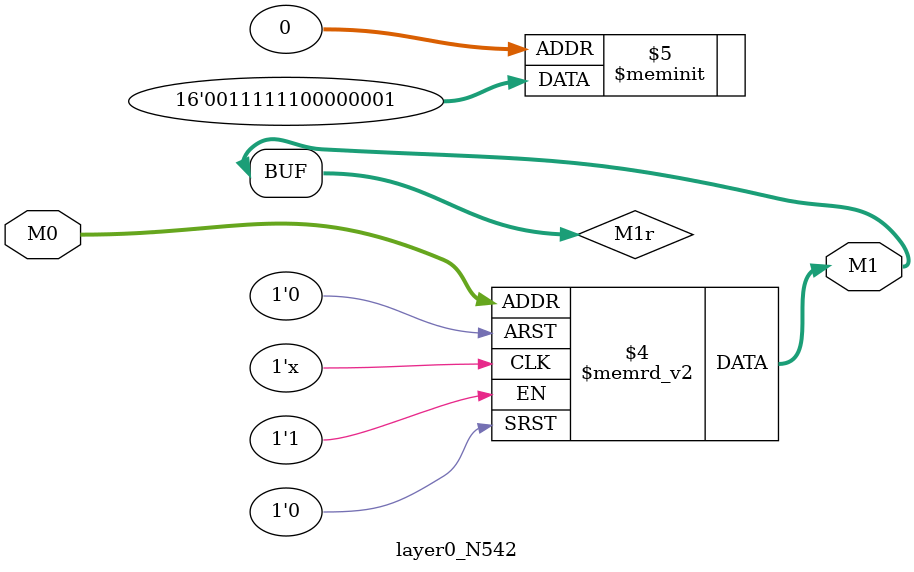
<source format=v>
module layer0_N542 ( input [2:0] M0, output [1:0] M1 );

	(*rom_style = "distributed" *) reg [1:0] M1r;
	assign M1 = M1r;
	always @ (M0) begin
		case (M0)
			3'b000: M1r = 2'b01;
			3'b100: M1r = 2'b11;
			3'b010: M1r = 2'b00;
			3'b110: M1r = 2'b11;
			3'b001: M1r = 2'b00;
			3'b101: M1r = 2'b11;
			3'b011: M1r = 2'b00;
			3'b111: M1r = 2'b00;

		endcase
	end
endmodule

</source>
